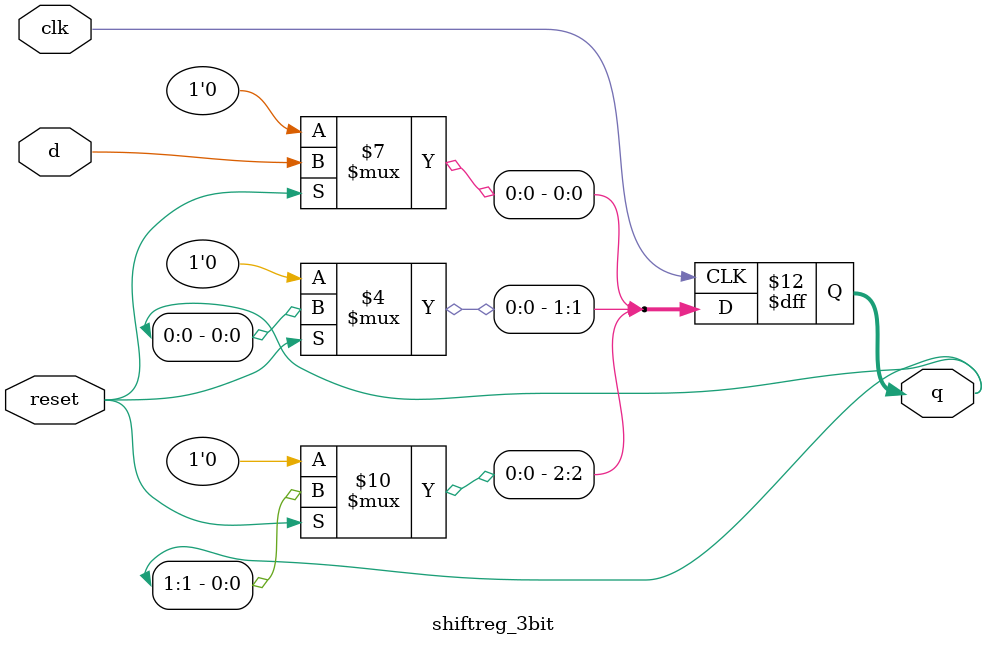
<source format=sv>
module shiftreg_3bit(
    input clk, reset,
    input d,
    output logic [2:0]q);

    always@(posedge clk)
    begin
        if(!reset)
            q = 3'b000;
        else
        begin
            q[2]<=q[1];
            q[1]<=q[0];
            q[0]<=d;
        end
    end
endmodule

</source>
